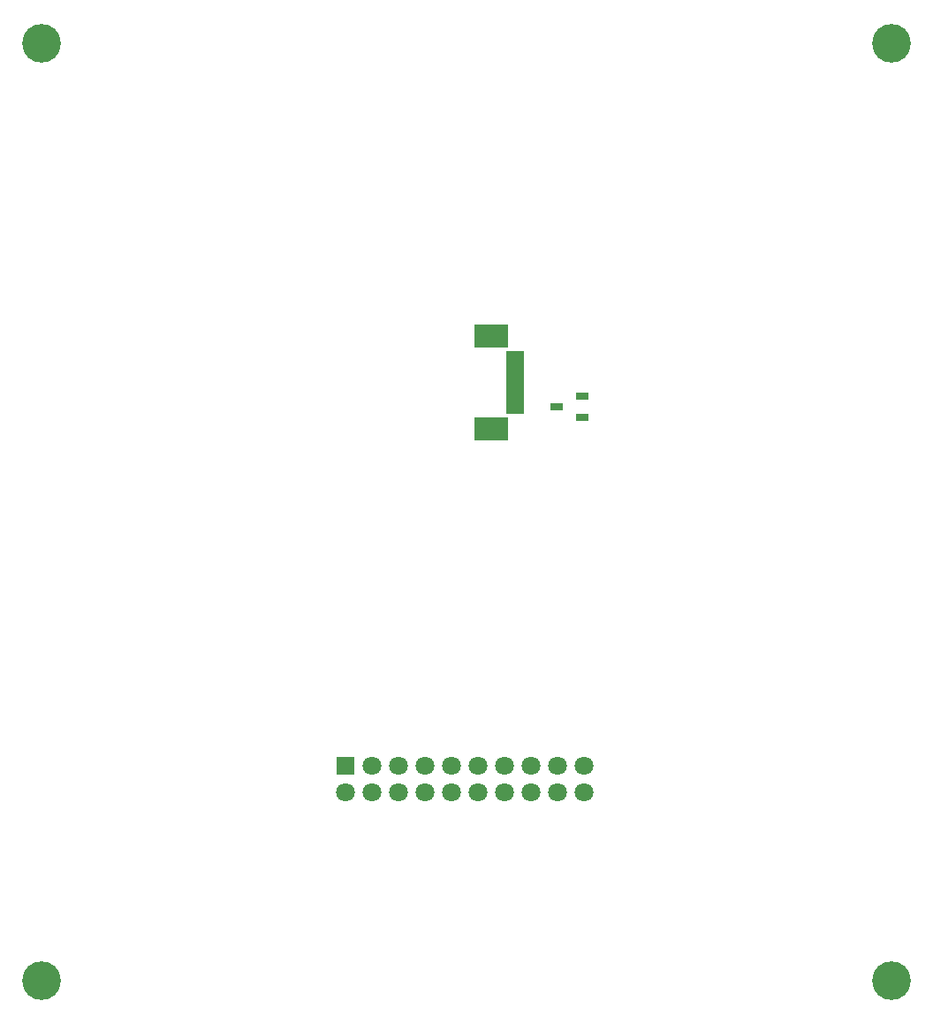
<source format=gbs>
G04*
G04 #@! TF.GenerationSoftware,Altium Limited,Altium Designer,23.10.1 (27)*
G04*
G04 Layer_Color=16711935*
%FSLAX44Y44*%
%MOMM*%
G71*
G04*
G04 #@! TF.SameCoordinates,DDDD84AE-B6A4-46D7-9BE3-1AC597AA5375*
G04*
G04*
G04 #@! TF.FilePolarity,Negative*
G04*
G01*
G75*
%ADD28C,1.8032*%
%ADD29R,1.8032X1.8032*%
%ADD30C,3.7032*%
%ADD43R,1.2032X0.8032*%
%ADD44R,3.2032X2.2032*%
%ADD45R,1.7032X0.5032*%
D28*
X265702Y-132944D02*
D03*
X291102D02*
D03*
X316502D02*
D03*
X341902D02*
D03*
X367302D02*
D03*
X265702Y-158344D02*
D03*
X291102D02*
D03*
X316502D02*
D03*
X341902D02*
D03*
X367302D02*
D03*
X392702D02*
D03*
X443502D02*
D03*
X418102D02*
D03*
Y-132944D02*
D03*
X443502D02*
D03*
X240302Y-158344D02*
D03*
X392702Y-132944D02*
D03*
X214902Y-158344D02*
D03*
X240302Y-132944D02*
D03*
D29*
X214902D02*
D03*
D30*
X-76236Y-338580D02*
D03*
X738236D02*
D03*
X-76236Y558380D02*
D03*
X738236D02*
D03*
D43*
X442068Y200566D02*
D03*
X417068Y210566D02*
D03*
X442068Y220566D02*
D03*
D44*
X354838Y277876D02*
D03*
X354896Y189278D02*
D03*
D45*
X377439Y261033D02*
D03*
Y256032D02*
D03*
Y251033D02*
D03*
Y246032D02*
D03*
Y241033D02*
D03*
Y236032D02*
D03*
Y231033D02*
D03*
Y226032D02*
D03*
Y221033D02*
D03*
Y216032D02*
D03*
Y211033D02*
D03*
Y206037D02*
D03*
M02*

</source>
